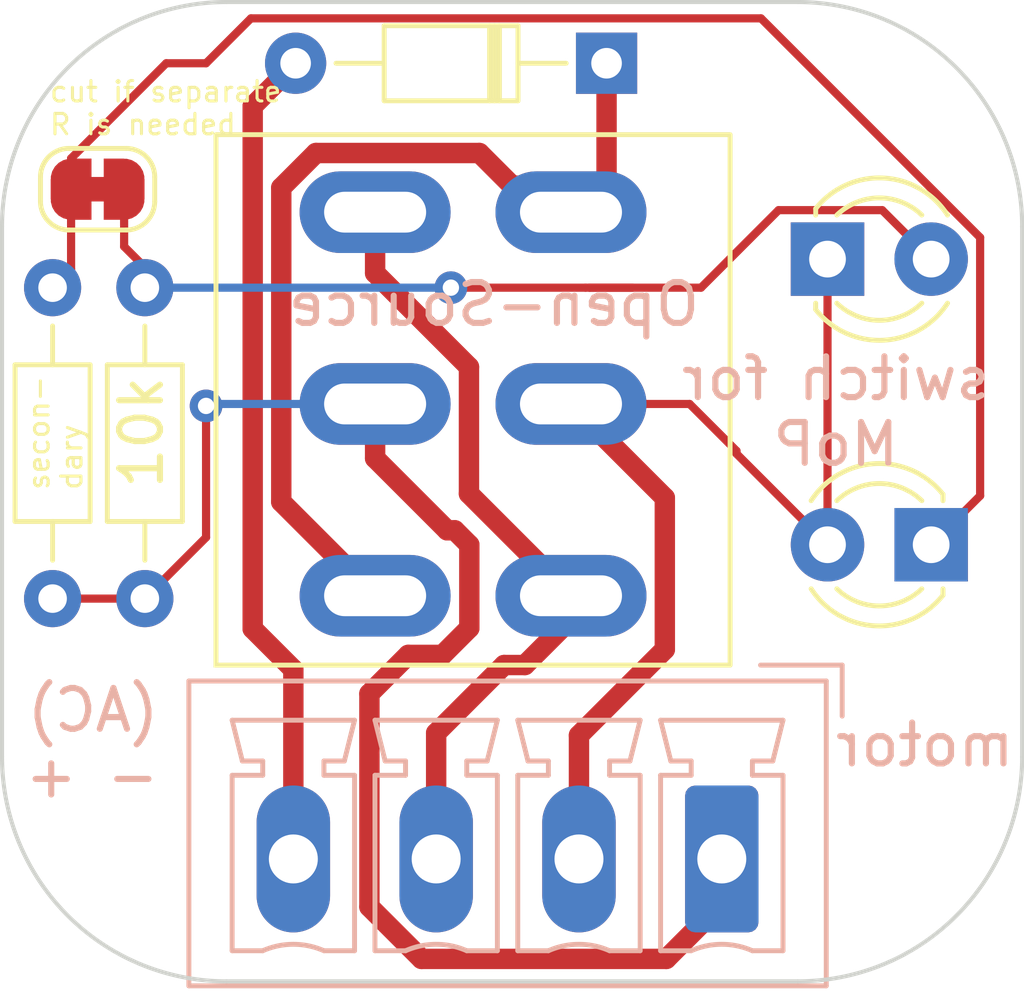
<source format=kicad_pcb>
(kicad_pcb (version 20240108) (generator "pcbnew") (generator_version "8.0")
  (layers (0 "F.Cu" signal) (31 "B.Cu" signal) (34 "B.Paste" user) (35 "F.Paste" user) (36 "B.SilkS" user "B.Silkscreen") (37 "F.SilkS" user "F.Silkscreen") (38 "B.Mask" user) (39 "F.Mask" user) (44 "Edge.Cuts" user))
  (net 0 "")
  (net 1 "Net-(D1-A)")
  (net 2 "Net-(J1-Pin_1)")
  (net 3 "/posIn")
  (net 4 "Net-(D_NEG2-A)")
  (net 5 "Net-(D_NEG2-K)")
  (net 6 "Net-(D_POS3-A)")
  (net 7 "/negIn")
  (footprint "LED_THT:LED_D3.0mm" (layer "F.Cu") (at 162.23 69.3)
    (property "Reference" "D_POS3" (hide yes))
    (property "Value" "D")
    (fp_line (start -0.29 -1.236) (end -0.29 -1.08) (stroke (width 0.12)) (layer "F.SilkS"))
    (fp_line (start -0.29 1.08) (end -0.29 1.236) (stroke (width 0.12)) (layer "F.SilkS"))
    (fp_arc (start -0.29 -1.235516) (mid 1.365624 -1.987701) (end 2.941397 -1.080061) (stroke (width 0.12)) (layer "F.SilkS"))
    (fp_arc (start 0.229039 -1.08) (mid 1.269965 -1.5) (end 2.31091 -1.080049) (stroke (width 0.12)) (layer "F.SilkS"))
    (fp_arc (start 2.31091 1.080049) (mid 1.269965 1.5) (end 0.229039 1.08) (stroke (width 0.12)) (layer "F.SilkS"))
    (fp_arc (start 2.941397 1.080061) (mid 1.365624 1.987701) (end -0.29 1.235516) (stroke (width 0.12)) (layer "F.SilkS"))
    (pad "1" thru_hole rect (at 0 0) (size 1.8 1.8) (drill 0.9) (layers "*.Cu" "*.Mask") (net 4 "Net-(D_NEG2-A)"))
    (pad "2" thru_hole circle (at 2.54 0) (size 1.8 1.8) (drill 0.9) (layers "*.Cu" "*.Mask") (net 6 "Net-(D_POS3-A)"))
  )
  (footprint "Resistor_THT:R_Axial_DIN0204_L3.6mm_D1.6mm_P7.62mm_Horizontal" (layer "F.Cu") (at 143.239 77.62 90)
    (property "Reference" "R1" (hide yes))
    (property "Value" "10k")
    (fp_line (start 5.73 -0.92) (end 1.89 -0.92) (stroke (width 0.12)) (layer "F.SilkS"))
    (fp_line (start 1.89 -0.92) (end 1.89 0.92) (stroke (width 0.12)) (layer "F.SilkS"))
    (fp_line (start 6.68 0) (end 5.73 0) (stroke (width 0.12)) (layer "F.SilkS"))
    (fp_line (start 0.94 0) (end 1.89 0) (stroke (width 0.12)) (layer "F.SilkS"))
    (fp_line (start 5.73 0.92) (end 5.73 -0.92) (stroke (width 0.12)) (layer "F.SilkS"))
    (fp_line (start 1.89 0.92) (end 5.73 0.92) (stroke (width 0.12)) (layer "F.SilkS"))
    (pad "1" thru_hole circle (at 0 0 90) (size 1.4 1.4) (drill 0.7) (layers "*.Cu" "*.Mask") (net 2 "Net-(J1-Pin_1)"))
    (pad "2" thru_hole oval (at 7.62 0 90) (size 1.4 1.4) (drill 0.7) (layers "*.Cu" "*.Mask") (net 5 "Net-(D_NEG2-K)"))
  )
  (footprint "Diode_THT:D_DO-34_SOD68_P7.62mm_Horizontal" (layer "F.Cu") (at 156.815 64.5 180)
    (property "Reference" "D1" (hide yes))
    (property "Value" "D")
    (fp_line (start 6.63 0) (end 5.45 0) (stroke (width 0.12)) (layer "F.SilkS"))
    (fp_line (start 5.45 0.92) (end 5.45 -0.92) (stroke (width 0.12)) (layer "F.SilkS"))
    (fp_line (start 5.45 -0.92) (end 2.17 -0.92) (stroke (width 0.12)) (layer "F.SilkS"))
    (fp_line (start 2.866 -0.92) (end 2.866 0.92) (stroke (width 0.12)) (layer "F.SilkS"))
    (fp_line (start 2.746 -0.92) (end 2.746 0.92) (stroke (width 0.12)) (layer "F.SilkS"))
    (fp_line (start 2.626 -0.92) (end 2.626 0.92) (stroke (width 0.12)) (layer "F.SilkS"))
    (fp_line (start 2.17 0.92) (end 5.45 0.92) (stroke (width 0.12)) (layer "F.SilkS"))
    (fp_line (start 2.17 -0.92) (end 2.17 0.92) (stroke (width 0.12)) (layer "F.SilkS"))
    (fp_line (start 0.99 0) (end 2.17 0) (stroke (width 0.12)) (layer "F.SilkS"))
    (pad "1" thru_hole rect (at 0 0 180) (size 1.5 1.5) (drill 0.75) (layers "*.Cu" "*.Mask") (net 3 "/posIn"))
    (pad "2" thru_hole oval (at 7.62 0 180) (size 1.5 1.5) (drill 0.75) (layers "*.Cu" "*.Mask") (net 1 "Net-(D1-A)"))
  )
  (footprint "custom_kicad_lib_sk:MTS_DPDT" (layer "F.Cu") (at 154.143 68.85 90)
    (property "Reference" "SW1" (hide yes))
    (property "Value" "SW_Push_DPDT")
    (fp_rect (start -10.4 -6.9) (end 2.6 5.7) (stroke (width 0.12)) (fill none) (layer "F.SilkS"))
    (pad "1" thru_hole oval (at -8.7 -3 90) (size 2 3.7) (drill oval 1 2.5) (layers "*.Cu" "*.Mask") (net 3 "/posIn"))
    (pad "2" thru_hole oval (at -4 -3 90) (size 2 3.7) (drill oval 1 2.5) (layers "*.Cu" "*.Mask") (net 2 "Net-(J1-Pin_1)"))
    (pad "3" thru_hole oval (at 0.7 -3 90) (size 2 3.7) (drill oval 1 2.5) (layers "*.Cu" "*.Mask") (net 7 "/negIn"))
    (pad "4" thru_hole oval (at -8.7 1.8 90) (size 2 3.7) (drill oval 1 2.5) (layers "*.Cu" "*.Mask") (net 7 "/negIn"))
    (pad "5" thru_hole oval (at -4 1.8 90) (size 2 3.7) (drill oval 1 2.5) (layers "*.Cu" "*.Mask") (net 4 "Net-(D_NEG2-A)"))
    (pad "6" thru_hole oval (at 0.7 1.8 90) (size 2 3.7) (drill oval 1 2.5) (layers "*.Cu" "*.Mask") (net 3 "/posIn"))
  )
  (footprint "LED_THT:LED_D3.0mm" (layer "F.Cu") (at 164.77 76.3 180)
    (property "Reference" "D_NEG2" (hide yes))
    (property "Value" "LED")
    (fp_line (start -0.29 1.08) (end -0.29 1.236) (stroke (width 0.12)) (layer "F.SilkS"))
    (fp_line (start -0.29 -1.236) (end -0.29 -1.08) (stroke (width 0.12)) (layer "F.SilkS"))
    (fp_arc (start 2.941397 1.080061) (mid 1.365624 1.987701) (end -0.29 1.235516) (stroke (width 0.12)) (layer "F.SilkS"))
    (fp_arc (start 2.31091 1.080049) (mid 1.269965 1.5) (end 0.229039 1.08) (stroke (width 0.12)) (layer "F.SilkS"))
    (fp_arc (start 0.229039 -1.08) (mid 1.269965 -1.5) (end 2.31091 -1.080049) (stroke (width 0.12)) (layer "F.SilkS"))
    (fp_arc (start -0.29 -1.235516) (mid 1.365624 -1.987701) (end 2.941397 -1.080061) (stroke (width 0.12)) (layer "F.SilkS"))
    (pad "1" thru_hole rect (at 0 0 180) (size 1.8 1.8) (drill 0.9) (layers "*.Cu" "*.Mask") (net 5 "Net-(D_NEG2-K)"))
    (pad "2" thru_hole circle (at 2.54 0 180) (size 1.8 1.8) (drill 0.9) (layers "*.Cu" "*.Mask") (net 4 "Net-(D_NEG2-A)"))
  )
  (footprint "Jumper:SolderJumper-2_P1.3mm_Bridged_RoundedPad1.0x1.5mm" (layer "F.Cu") (at 144.342 67.587)
    (property "Reference" "JP1" (hide yes))
    (property "Value" "SolderJumper_2_Bridged")
    (fp_poly (pts (xy 0.25 -0.3) (xy -0.25 -0.3) (xy -0.25 0.3) (xy 0.25 0.3)) (fill solid) (layer "F.Cu"))
    (fp_line (start -1.4 0.3) (end -1.4 -0.3) (stroke (width 0.12)) (layer "F.SilkS"))
    (fp_line (start -0.7 -1) (end 0.7 -1) (stroke (width 0.12)) (layer "F.SilkS"))
    (fp_line (start 0.7 1) (end -0.7 1) (stroke (width 0.12)) (layer "F.SilkS"))
    (fp_line (start 1.4 -0.3) (end 1.4 0.3) (stroke (width 0.12)) (layer "F.SilkS"))
    (fp_arc (start -1.4 -0.3) (mid -1.194975 -0.794975) (end -0.7 -1) (stroke (width 0.12)) (layer "F.SilkS"))
    (fp_arc (start -0.7 1) (mid -1.194975 0.794975) (end -1.4 0.3) (stroke (width 0.12)) (layer "F.SilkS"))
    (fp_arc (start 0.7 -1) (mid 1.194975 -0.794975) (end 1.4 -0.3) (stroke (width 0.12)) (layer "F.SilkS"))
    (fp_arc (start 1.4 0.3) (mid 1.194975 0.794975) (end 0.7 1) (stroke (width 0.12)) (layer "F.SilkS"))
    (pad "1" smd custom (at -0.65 0) (size 1 0.5) (layers "F.Cu" "F.Mask") (net 5 "Net-(D_NEG2-K)") (options (clearance outline) (anchor rect)) (primitives (gr_circle (center 0 0.25) (end 0.5 0.25) (width 0) (fill yes)) (gr_circle (center 0 -0.25) (end 0.5 -0.25) (width 0) (fill yes)) (gr_poly (pts (xy 0.5 0.75) (xy 0 0.75) (xy 0 -0.75) (xy 0.5 -0.75)) (width 0) (fill yes))))
    (pad "2" smd custom (at 0.65 0) (size 1 0.5) (layers "F.Cu" "F.Mask") (net 6 "Net-(D_POS3-A)") (options (clearance outline) (anchor rect)) (primitives (gr_circle (center 0 0.25) (end 0.5 0.25) (width 0) (fill yes)) (gr_circle (center 0 -0.25) (end 0.5 -0.25) (width 0) (fill yes)) (gr_poly (pts (xy 0 0.75) (xy -0.5 0.75) (xy -0.5 -0.75) (xy 0 -0.75)) (width 0) (fill yes))))
  )
  (footprint "Resistor_THT:R_Axial_DIN0204_L3.6mm_D1.6mm_P7.62mm_Horizontal" (layer "F.Cu") (at 145.5 70 -90)
    (property "Reference" "R2" (hide yes))
    (property "Value" "10k")
    (fp_line (start 1.89 0.92) (end 5.73 0.92) (stroke (width 0.12)) (layer "F.SilkS"))
    (fp_line (start 5.73 0.92) (end 5.73 -0.92) (stroke (width 0.12)) (layer "F.SilkS"))
    (fp_line (start 0.94 0) (end 1.89 0) (stroke (width 0.12)) (layer "F.SilkS"))
    (fp_line (start 6.68 0) (end 5.73 0) (stroke (width 0.12)) (layer "F.SilkS"))
    (fp_line (start 1.89 -0.92) (end 1.89 0.92) (stroke (width 0.12)) (layer "F.SilkS"))
    (fp_line (start 5.73 -0.92) (end 1.89 -0.92) (stroke (width 0.12)) (layer "F.SilkS"))
    (pad "1" thru_hole circle (at 0 0 270) (size 1.4 1.4) (drill 0.7) (layers "*.Cu" "*.Mask") (net 6 "Net-(D_POS3-A)"))
    (pad "2" thru_hole oval (at 7.62 0 270) (size 1.4 1.4) (drill 0.7) (layers "*.Cu" "*.Mask") (net 2 "Net-(J1-Pin_1)"))
  )
  (footprint "Connector_Phoenix_MC:PhoenixContact_MCV_1,5_4-G-3.5_1x04_P3.50mm_Vertical" (layer "B.Cu") (at 159.639 84 180)
    (property "Reference" "J1" (hide yes))
    (property "Value" "Screw_Terminal_01x04")
    (fp_line (start 13.06 4.36) (end 13.06 -3.11) (stroke (width 0.12)) (layer "B.SilkS"))
    (fp_line (start 13.06 -3.11) (end -2.56 -3.11) (stroke (width 0.12)) (layer "B.SilkS"))
    (fp_line (start 12 3.4) (end 9 3.4) (stroke (width 0.12)) (layer "B.SilkS"))
    (fp_line (start 12 2.05) (end 11.25 2.05) (stroke (width 0.12)) (layer "B.SilkS"))
    (fp_line (start 12 -2.25) (end 12 2.05) (stroke (width 0.12)) (layer "B.SilkS"))
    (fp_line (start 11.75 2.4) (end 12 3.4) (stroke (width 0.12)) (layer "B.SilkS"))
    (fp_line (start 11.25 2.4) (end 11.75 2.4) (stroke (width 0.12)) (layer "B.SilkS"))
    (fp_line (start 11.25 2.05) (end 11.25 2.4) (stroke (width 0.12)) (layer "B.SilkS"))
    (fp_line (start 11.25 -2.25) (end 12 -2.25) (stroke (width 0.12)) (layer "B.SilkS"))
    (fp_line (start 9.75 2.4) (end 9.75 2.05) (stroke (width 0.12)) (layer "B.SilkS"))
    (fp_line (start 9.75 2.05) (end 9 2.05) (stroke (width 0.12)) (layer "B.SilkS"))
    (fp_line (start 9.25 2.4) (end 9.75 2.4) (stroke (width 0.12)) (layer "B.SilkS"))
    (fp_line (start 9 3.4) (end 9.25 2.4) (stroke (width 0.12)) (layer "B.SilkS"))
    (fp_line (start 9 2.05) (end 9 -2.25) (stroke (width 0.12)) (layer "B.SilkS"))
    (fp_line (start 9 -2.25) (end 9.75 -2.25) (stroke (width 0.12)) (layer "B.SilkS"))
    (fp_line (start 8.5 3.4) (end 5.5 3.4) (stroke (width 0.12)) (layer "B.SilkS"))
    (fp_line (start 8.5 2.05) (end 7.75 2.05) (stroke (width 0.12)) (layer "B.SilkS"))
    (fp_line (start 8.5 -2.25) (end 8.5 2.05) (stroke (width 0.12)) (layer "B.SilkS"))
    (fp_line (start 8.25 2.4) (end 8.5 3.4) (stroke (width 0.12)) (layer "B.SilkS"))
    (fp_line (start 7.75 2.4) (end 8.25 2.4) (stroke (width 0.12)) (layer "B.SilkS"))
    (fp_line (start 7.75 2.05) (end 7.75 2.4) (stroke (width 0.12)) (layer "B.SilkS"))
    (fp_line (start 7.75 -2.25) (end 8.5 -2.25) (stroke (width 0.12)) (layer "B.SilkS"))
    (fp_line (start 6.25 2.4) (end 6.25 2.05) (stroke (width 0.12)) (layer "B.SilkS"))
    (fp_line (start 6.25 2.05) (end 5.5 2.05) (stroke (width 0.12)) (layer "B.SilkS"))
    (fp_line (start 5.75 2.4) (end 6.25 2.4) (stroke (width 0.12)) (layer "B.SilkS"))
    (fp_line (start 5.5 3.4) (end 5.75 2.4) (stroke (width 0.12)) (layer "B.SilkS"))
    (fp_line (start 5.5 2.05) (end 5.5 -2.25) (stroke (width 0.12)) (layer "B.SilkS"))
    (fp_line (start 5.5 -2.25) (end 6.25 -2.25) (stroke (width 0.12)) (layer "B.SilkS"))
    (fp_line (start 5 3.4) (end 2 3.4) (stroke (width 0.12)) (layer "B.SilkS"))
    (fp_line (start 5 2.05) (end 4.25 2.05) (stroke (width 0.12)) (layer "B.SilkS"))
    (fp_line (start 5 -2.25) (end 5 2.05) (stroke (width 0.12)) (layer "B.SilkS"))
    (fp_line (start 4.75 2.4) (end 5 3.4) (stroke (width 0.12)) (layer "B.SilkS"))
    (fp_line (start 4.25 2.4) (end 4.75 2.4) (stroke (width 0.12)) (layer "B.SilkS"))
    (fp_line (start 4.25 2.05) (end 4.25 2.4) (stroke (width 0.12)) (layer "B.SilkS"))
    (fp_line (start 4.25 -2.25) (end 5 -2.25) (stroke (width 0.12)) (layer "B.SilkS"))
    (fp_line (start 2.75 2.4) (end 2.75 2.05) (stroke (width 0.12)) (layer "B.SilkS"))
    (fp_line (start 2.75 2.05) (end 2 2.05) (stroke (width 0.12)) (layer "B.SilkS"))
    (fp_line (start 2.25 2.4) (end 2.75 2.4) (stroke (width 0.12)) (layer "B.SilkS"))
    (fp_line (start 2 3.4) (end 2.25 2.4) (stroke (width 0.12)) (layer "B.SilkS"))
    (fp_line (start 2 2.05) (end 2 -2.25) (stroke (width 0.12)) (layer "B.SilkS"))
    (fp_line (start 2 -2.25) (end 2.75 -2.25) (stroke (width 0.12)) (layer "B.SilkS"))
    (fp_line (start 1.5 3.4) (end -1.5 3.4) (stroke (width 0.12)) (layer "B.SilkS"))
    (fp_line (start 1.5 2.05) (end 0.75 2.05) (stroke (width 0.12)) (layer "B.SilkS"))
    (fp_line (start 1.5 -2.25) (end 1.5 2.05) (stroke (width 0.12)) (layer "B.SilkS"))
    (fp_line (start 1.25 2.4) (end 1.5 3.4) (stroke (width 0.12)) (layer "B.SilkS"))
    (fp_line (start 0.75 2.4) (end 1.25 2.4) (stroke (width 0.12)) (layer "B.SilkS"))
    (fp_line (start 0.75 2.05) (end 0.75 2.4) (stroke (width 0.12)) (layer "B.SilkS"))
    (fp_line (start 0.75 -2.25) (end 1.5 -2.25) (stroke (width 0.12)) (layer "B.SilkS"))
    (fp_line (start -0.75 2.4) (end -0.75 2.05) (stroke (width 0.12)) (layer "B.SilkS"))
    (fp_line (start -0.75 2.05) (end -1.5 2.05) (stroke (width 0.12)) (layer "B.SilkS"))
    (fp_line (start -0.95 4.75) (end -2.95 4.75) (stroke (width 0.12)) (layer "B.SilkS"))
    (fp_line (start -1.25 2.4) (end -0.75 2.4) (stroke (width 0.12)) (layer "B.SilkS"))
    (fp_line (start -1.5 3.4) (end -1.25 2.4) (stroke (width 0.12)) (layer "B.SilkS"))
    (fp_line (start -1.5 2.05) (end -1.5 -2.25) (stroke (width 0.12)) (layer "B.SilkS"))
    (fp_line (start -1.5 -2.25) (end -0.75 -2.25) (stroke (width 0.12)) (layer "B.SilkS"))
    (fp_line (start -2.56 4.36) (end 13.06 4.36) (stroke (width 0.12)) (layer "B.SilkS"))
    (fp_line (start -2.56 -3.11) (end -2.56 4.36) (stroke (width 0.12)) (layer "B.SilkS"))
    (fp_line (start -2.95 4.75) (end -2.95 3.5) (stroke (width 0.12)) (layer "B.SilkS"))
    (fp_arc (start 11.249647 -2.249844) (mid 10.499807 -2.091909) (end 9.75 -2.25) (stroke (width 0.12)) (layer "B.SilkS"))
    (fp_arc (start 7.749647 -2.249844) (mid 6.999807 -2.091909) (end 6.25 -2.25) (stroke (width 0.12)) (layer "B.SilkS"))
    (fp_arc (start 4.249647 -2.249844) (mid 3.499807 -2.091909) (end 2.75 -2.25) (stroke (width 0.12)) (layer "B.SilkS"))
    (fp_arc (start 0.749647 -2.249844) (mid -0.000193 -2.091909) (end -0.75 -2.25) (stroke (width 0.12)) (layer "B.SilkS"))
    (pad "1" thru_hole roundrect (at 0 0 180) (size 1.8 3.6) (drill 1.2) (layers "*.Cu" "*.Mask") (roundrect_rratio 0.138889) (net 2 "Net-(J1-Pin_1)"))
    (pad "2" thru_hole oval (at 3.5 0 180) (size 1.8 3.6) (drill 1.2) (layers "*.Cu" "*.Mask") (net 4 "Net-(D_NEG2-A)"))
    (pad "3" thru_hole oval (at 7 0 180) (size 1.8 3.6) (drill 1.2) (layers "*.Cu" "*.Mask") (net 7 "/negIn"))
    (pad "4" thru_hole oval (at 10.5 0 180) (size 1.8 3.6) (drill 1.2) (layers "*.Cu" "*.Mask") (net 1 "Net-(D1-A)"))
  )
  (gr_arc (start 167 81.5) (mid 165.389087 85.389087) (end 161.5 87) (stroke (width 0.1)) (layer "Edge.Cuts"))
  (gr_line (start 161.5 87) (end 147.5 87) (stroke (width 0.1)) (layer "Edge.Cuts"))
  (gr_arc (start 142 68.5) (mid 143.610913 64.610913) (end 147.5 63) (stroke (width 0.1)) (layer "Edge.Cuts"))
  (gr_line (start 161.5 63) (end 147.5 63) (stroke (width 0.1)) (layer "Edge.Cuts"))
  (gr_line (start 167 68.5) (end 167 81.5) (stroke (width 0.1)) (layer "Edge.Cuts"))
  (gr_arc (start 161.5 63) (mid 165.389087 64.610913) (end 167 68.5) (stroke (width 0.1)) (layer "Edge.Cuts"))
  (gr_arc (start 147.5 87) (mid 143.610913 85.389087) (end 142 81.5) (stroke (width 0.1)) (layer "Edge.Cuts"))
  (gr_line (start 142 81.5) (end 142 68.5) (stroke (width 0.1)) (layer "Edge.Cuts"))
  (gr_text "Open-Source" (at 154.051 70.993 0) (layer "B.SilkS") (effects (font (size 1 1)) (justify bottom mirror)))
  (gr_text "switch for\nMoP" (at 162.433 74.422 -0) (layer "B.SilkS") (effects (font (size 1 1)) (justify bottom mirror)))
  (gr_text "(AC)\n- +\n" (at 145.923 82.55 0) (layer "B.SilkS") (effects (font (size 1 1)) (justify left bottom mirror)))
  (gr_text "motor	" (at 166.878 81.788 -0) (layer "B.SilkS") (effects (font (size 1 1)) (justify left bottom mirror)))
  (gr_text "cut if separate\nR is needed" (at 143.129 66.294 0) (layer "F.SilkS") (effects (font (size 0.5 0.5) (thickness 0.075)) (justify left bottom)))
  (gr_text "secon-\ndary" (at 144 75 90) (layer "F.SilkS") (effects (font (size 0.5 0.5) (thickness 0.075)) (justify left bottom)))
  (gr_text "10k" (at 146 75 90) (layer "F.SilkS") (effects (font (size 1 1)) (justify left bottom)))
  (segment (start 148.143 65.552) (end 149.195 64.5) (width 0.5) (layer "F.Cu") (net 1))
  (segment (start 149.139 79.355) (end 148.143 78.359) (width 0.5) (layer "F.Cu") (net 1))
  (segment (start 148.143 78.359) (end 148.143 65.552) (width 0.5) (layer "F.Cu") (net 1))
  (segment (start 149.139 84) (end 149.139 79.355) (width 0.5) (layer "F.Cu") (net 1))
  (segment (start 147 72.898) (end 147 76.12) (width 0.2) (layer "F.Cu") (net 2))
  (segment (start 158.279 86.45) (end 159.639 85.09) (width 0.5) (layer "F.Cu") (net 2))
  (segment (start 153.09505 75.946) (end 153.451525 76.302475) (width 0.5) (layer "F.Cu") (net 2))
  (segment (start 151.143 72.85) (end 151.143 74.181) (width 0.5) (layer "F.Cu") (net 2))
  (segment (start 152.79361 79) (end 151.953312 79) (width 0.5) (layer "F.Cu") (net 2))
  (segment (start 151.003 79.950312) (end 151.003 85.173188) (width 0.5) (layer "F.Cu") (net 2))
  (segment (start 153.451525 76.302475) (end 153.451525 78.342085) (width 0.5) (layer "F.Cu") (net 2))
  (segment (start 153.451525 78.342085) (end 152.79361 79) (width 0.5) (layer "F.Cu") (net 2))
  (segment (start 152.279812 86.45) (end 158.279 86.45) (width 0.5) (layer "F.Cu") (net 2))
  (segment (start 151.003 85.173188) (end 152.279812 86.45) (width 0.5) (layer "F.Cu") (net 2))
  (segment (start 147 76.12) (end 145.5 77.62) (width 0.2) (layer "F.Cu") (net 2))
  (segment (start 151.143 74.181) (end 152.908 75.946) (width 0.5) (layer "F.Cu") (net 2))
  (segment (start 151.953312 79) (end 151.003 79.950312) (width 0.5) (layer "F.Cu") (net 2))
  (segment (start 145.5 77.62) (end 143.239 77.62) (width 0.2) (layer "F.Cu") (net 2))
  (segment (start 159.639 85.09) (end 159.639 84) (width 0.5) (layer "F.Cu") (net 2))
  (segment (start 152.908 75.946) (end 153.09505 75.946) (width 0.5) (layer "F.Cu") (net 2))
  (via (at 147 72.898) (size 0.8) (drill 0.4) (layers "F.Cu" "B.Cu") (net 2))
  (segment (start 147 72.898) (end 147.048 72.85) (width 0.2) (layer "B.Cu") (net 2))
  (segment (start 147.048 72.85) (end 151.143 72.85) (width 0.2) (layer "B.Cu") (net 2))
  (segment (start 156.815 64.5) (end 156.815 67.278) (width 0.5) (layer "F.Cu") (net 3))
  (segment (start 153.7 66.7) (end 154.5 67.5) (width 0.5) (layer "F.Cu") (net 3))
  (segment (start 149.69239 66.7) (end 153.7 66.7) (width 0.5) (layer "F.Cu") (net 3))
  (segment (start 148.843 75.25) (end 148.843 67.54939) (width 0.5) (layer "F.Cu") (net 3))
  (segment (start 151.143 77.55) (end 148.843 75.25) (width 0.5) (layer "F.Cu") (net 3))
  (segment (start 154.5 67.5) (end 155.293 67.5) (width 0.5) (layer "F.Cu") (net 3))
  (segment (start 156.815 67.278) (end 155.943 68.15) (width 0.5) (layer "F.Cu") (net 3))
  (segment (start 155.293 67.5) (end 155.943 68.15) (width 0.5) (layer "F.Cu") (net 3))
  (segment (start 148.843 67.54939) (end 149.69239 66.7) (width 0.5) (layer "F.Cu") (net 3))
  (segment (start 160 74) (end 158.85 72.85) (width 0.2) (layer "F.Cu") (net 4))
  (segment (start 162.23 69.3) (end 162.23 76.3) (width 0.2) (layer "F.Cu") (net 4))
  (segment (start 160 74.07) (end 160 74) (width 0.2) (layer "F.Cu") (net 4))
  (segment (start 162.23 76.3) (end 160 74.07) (width 0.2) (layer "F.Cu") (net 4))
  (segment (start 158.243 78.866) (end 158.243 75.15) (width 0.5) (layer "F.Cu") (net 4))
  (segment (start 158.243 75.15) (end 155.943 72.85) (width 0.5) (layer "F.Cu") (net 4))
  (segment (start 158.85 72.85) (end 155.943 72.85) (width 0.2) (layer "F.Cu") (net 4))
  (segment (start 156.139 84) (end 156.139 80.97) (width 0.5) (layer "F.Cu") (net 4))
  (segment (start 156.139 80.97) (end 158.243 78.866) (width 0.5) (layer "F.Cu") (net 4))
  (segment (start 147 64.5) (end 146.024 64.5) (width 0.2) (layer "F.Cu") (net 5))
  (segment (start 143.692 66.832) (end 143.692 67.587) (width 0.2) (layer "F.Cu") (net 5))
  (segment (start 160.6 63.4) (end 148.1 63.4) (width 0.2) (layer "F.Cu") (net 5))
  (segment (start 143.692 67.587) (end 143.692 69.547) (width 0.2) (layer "F.Cu") (net 5))
  (segment (start 164.77 76.3) (end 165.97 75.1) (width 0.2) (layer "F.Cu") (net 5))
  (segment (start 165.97 68.77) (end 160.6 63.4) (width 0.2) (layer "F.Cu") (net 5))
  (segment (start 165.97 75.1) (end 165.97 68.77) (width 0.2) (layer "F.Cu") (net 5))
  (segment (start 143.692 69.547) (end 143.239 70) (width 0.2) (layer "F.Cu") (net 5))
  (segment (start 148.1 63.4) (end 147 64.5) (width 0.2) (layer "F.Cu") (net 5))
  (segment (start 146.024 64.5) (end 143.692 66.832) (width 0.2) (layer "F.Cu") (net 5))
  (segment (start 161.03 68.1) (end 163.57 68.1) (width 0.2) (layer "F.Cu") (net 6))
  (segment (start 156.4 70) (end 159.13 70) (width 0.2) (layer "F.Cu") (net 6))
  (segment (start 159.13 70) (end 161.03 68.1) (width 0.2) (layer "F.Cu") (net 6))
  (segment (start 156.4 70) (end 156.3 70) (width 0.2) (layer "F.Cu") (net 6))
  (segment (start 145.5 70) (end 145.5 69.5) (width 0.2) (layer "F.Cu") (net 6))
  (segment (start 144.992 68.992) (end 144.992 67.587) (width 0.2) (layer "F.Cu") (net 6))
  (segment (start 145.5 69.5) (end 144.992 68.992) (width 0.2) (layer "F.Cu") (net 6))
  (segment (start 157.45 70) (end 156.4 70) (width 0.2) (layer "F.Cu") (net 6))
  (segment (start 153 70) (end 156.3 70) (width 0.2) (layer "F.Cu") (net 6))
  (segment (start 163.57 68.1) (end 164.77 69.3) (width 0.2) (layer "F.Cu") (net 6))
  (via (at 153 70) (size 0.8) (drill 0.4) (layers "F.Cu" "B.Cu") (net 6))
  (segment (start 145.5 70) (end 153 70) (width 0.2) (layer "B.Cu") (net 6))
  (segment (start 155.943 78.118) (end 155.943 77.55) (width 0.5) (layer "F.Cu") (net 7))
  (segment (start 151.143 68.15) (end 151.143 69.643) (width 0.5) (layer "F.Cu") (net 7))
  (segment (start 153.443 71.943) (end 153.443 75.05) (width 0.5) (layer "F.Cu") (net 7))
  (segment (start 153.443 75.05) (end 155.943 77.55) (width 0.5) (layer "F.Cu") (net 7))
  (segment (start 154.305 79.248) (end 154.813 79.248) (width 0.5) (layer "F.Cu") (net 7))
  (segment (start 151.143 69.643) (end 153.443 71.943) (width 0.5) (layer "F.Cu") (net 7))
  (segment (start 154.813 79.248) (end 155.943 78.118) (width 0.5) (layer "F.Cu") (net 7))
  (segment (start 152.639 80.914) (end 154.305 79.248) (width 0.5) (layer "F.Cu") (net 7))
  (segment (start 152.639 84) (end 152.639 80.914) (width 0.5) (layer "F.Cu") (net 7))
)
</source>
